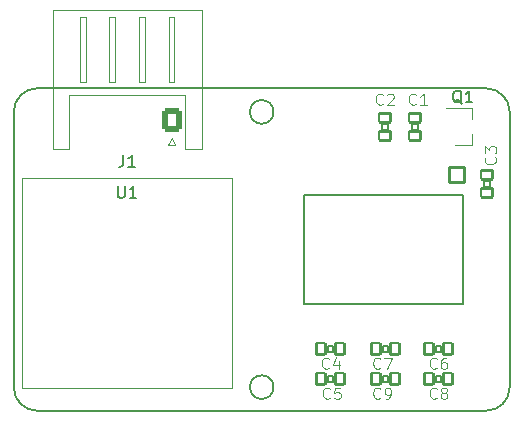
<source format=gto>
G04 #@! TF.GenerationSoftware,KiCad,Pcbnew,(6.0.2)*
G04 #@! TF.CreationDate,2022-03-23T02:52:59+09:00*
G04 #@! TF.ProjectId,ADNS-9800,41444e53-2d39-4383-9030-2e6b69636164,rev?*
G04 #@! TF.SameCoordinates,Original*
G04 #@! TF.FileFunction,Legend,Top*
G04 #@! TF.FilePolarity,Positive*
%FSLAX46Y46*%
G04 Gerber Fmt 4.6, Leading zero omitted, Abs format (unit mm)*
G04 Created by KiCad (PCBNEW (6.0.2)) date 2022-03-23 02:52:59*
%MOMM*%
%LPD*%
G01*
G04 APERTURE LIST*
G04 Aperture macros list*
%AMRoundRect*
0 Rectangle with rounded corners*
0 $1 Rounding radius*
0 $2 $3 $4 $5 $6 $7 $8 $9 X,Y pos of 4 corners*
0 Add a 4 corners polygon primitive as box body*
4,1,4,$2,$3,$4,$5,$6,$7,$8,$9,$2,$3,0*
0 Add four circle primitives for the rounded corners*
1,1,$1+$1,$2,$3*
1,1,$1+$1,$4,$5*
1,1,$1+$1,$6,$7*
1,1,$1+$1,$8,$9*
0 Add four rect primitives between the rounded corners*
20,1,$1+$1,$2,$3,$4,$5,0*
20,1,$1+$1,$4,$5,$6,$7,0*
20,1,$1+$1,$6,$7,$8,$9,0*
20,1,$1+$1,$8,$9,$2,$3,0*%
G04 Aperture macros list end*
G04 #@! TA.AperFunction,Profile*
%ADD10C,0.200000*%
G04 #@! TD*
%ADD11C,0.096520*%
%ADD12C,0.150000*%
%ADD13C,0.127000*%
G04 #@! TA.AperFunction,Profile*
%ADD14C,0.127000*%
G04 #@! TD*
%ADD15C,0.120000*%
%ADD16RoundRect,0.101600X0.482600X-0.381000X0.482600X0.381000X-0.482600X0.381000X-0.482600X-0.381000X0*%
%ADD17RoundRect,0.101600X-0.381000X-0.482600X0.381000X-0.482600X0.381000X0.482600X-0.381000X0.482600X0*%
%ADD18RoundRect,0.101600X-0.482600X0.381000X-0.482600X-0.381000X0.482600X-0.381000X0.482600X0.381000X0*%
%ADD19RoundRect,0.101600X0.381000X0.482600X-0.381000X0.482600X-0.381000X-0.482600X0.381000X-0.482600X0*%
%ADD20RoundRect,0.101600X-0.650000X-0.650000X0.650000X-0.650000X0.650000X0.650000X-0.650000X0.650000X0*%
%ADD21C,1.503200*%
%ADD22RoundRect,0.250000X0.600000X0.725000X-0.600000X0.725000X-0.600000X-0.725000X0.600000X-0.725000X0*%
%ADD23O,1.700000X1.950000*%
%ADD24R,0.900000X0.800000*%
%ADD25C,1.700000*%
G04 APERTURE END LIST*
D10*
X183499999Y-68500000D02*
G75*
G03*
X181499999Y-66500000I-1999999J1D01*
G01*
X143500000Y-66500000D02*
X181499999Y-66500000D01*
X181499999Y-93800000D02*
X143500000Y-93800000D01*
X163499998Y-91800000D02*
G75*
G03*
X163499998Y-91800000I-999999J0D01*
G01*
X143500000Y-66500000D02*
G75*
G03*
X141500000Y-68500000I-1J-1999999D01*
G01*
X141500000Y-91800000D02*
X141500000Y-68500000D01*
X183499999Y-68500000D02*
X183499999Y-91800000D01*
X181499999Y-93800000D02*
G75*
G03*
X183499999Y-91800000I1J1999999D01*
G01*
X163499999Y-68500000D02*
G75*
G03*
X163499999Y-68500000I-999999J0D01*
G01*
X141500000Y-91800000D02*
G75*
G03*
X143500000Y-93800000I1999999J-1D01*
G01*
D11*
G04 #@! TO.C,C3*
X182256714Y-72323909D02*
X182302676Y-72369871D01*
X182348638Y-72507757D01*
X182348638Y-72599681D01*
X182302676Y-72737566D01*
X182210752Y-72829490D01*
X182118828Y-72875452D01*
X181934980Y-72921414D01*
X181797095Y-72921414D01*
X181613247Y-72875452D01*
X181521323Y-72829490D01*
X181429400Y-72737566D01*
X181383438Y-72599681D01*
X181383438Y-72507757D01*
X181429400Y-72369871D01*
X181475361Y-72323909D01*
X181383438Y-72002176D02*
X181383438Y-71404671D01*
X181751133Y-71726404D01*
X181751133Y-71588519D01*
X181797095Y-71496595D01*
X181843057Y-71450633D01*
X181934980Y-71404671D01*
X182164790Y-71404671D01*
X182256714Y-71450633D01*
X182302676Y-71496595D01*
X182348638Y-71588519D01*
X182348638Y-71864290D01*
X182302676Y-71956214D01*
X182256714Y-72002176D01*
G04 #@! TO.C,C8*
X177310190Y-92715114D02*
X177264228Y-92761076D01*
X177126342Y-92807038D01*
X177034418Y-92807038D01*
X176896533Y-92761076D01*
X176804609Y-92669152D01*
X176758647Y-92577228D01*
X176712685Y-92393380D01*
X176712685Y-92255495D01*
X176758647Y-92071647D01*
X176804609Y-91979723D01*
X176896533Y-91887800D01*
X177034418Y-91841838D01*
X177126342Y-91841838D01*
X177264228Y-91887800D01*
X177310190Y-91933761D01*
X177861733Y-92255495D02*
X177769809Y-92209533D01*
X177723847Y-92163571D01*
X177677885Y-92071647D01*
X177677885Y-92025685D01*
X177723847Y-91933761D01*
X177769809Y-91887800D01*
X177861733Y-91841838D01*
X178045580Y-91841838D01*
X178137504Y-91887800D01*
X178183466Y-91933761D01*
X178229428Y-92025685D01*
X178229428Y-92071647D01*
X178183466Y-92163571D01*
X178137504Y-92209533D01*
X178045580Y-92255495D01*
X177861733Y-92255495D01*
X177769809Y-92301457D01*
X177723847Y-92347419D01*
X177677885Y-92439342D01*
X177677885Y-92623190D01*
X177723847Y-92715114D01*
X177769809Y-92761076D01*
X177861733Y-92807038D01*
X178045580Y-92807038D01*
X178137504Y-92761076D01*
X178183466Y-92715114D01*
X178229428Y-92623190D01*
X178229428Y-92439342D01*
X178183466Y-92347419D01*
X178137504Y-92301457D01*
X178045580Y-92255495D01*
G04 #@! TO.C,C1*
X175557590Y-67823114D02*
X175511628Y-67869076D01*
X175373742Y-67915038D01*
X175281818Y-67915038D01*
X175143933Y-67869076D01*
X175052009Y-67777152D01*
X175006047Y-67685228D01*
X174960085Y-67501380D01*
X174960085Y-67363495D01*
X175006047Y-67179647D01*
X175052009Y-67087723D01*
X175143933Y-66995800D01*
X175281818Y-66949838D01*
X175373742Y-66949838D01*
X175511628Y-66995800D01*
X175557590Y-67041761D01*
X176476828Y-67915038D02*
X175925285Y-67915038D01*
X176201057Y-67915038D02*
X176201057Y-66949838D01*
X176109133Y-67087723D01*
X176017209Y-67179647D01*
X175925285Y-67225609D01*
G04 #@! TO.C,C4*
X168191590Y-90175114D02*
X168145628Y-90221076D01*
X168007742Y-90267038D01*
X167915818Y-90267038D01*
X167777933Y-90221076D01*
X167686009Y-90129152D01*
X167640047Y-90037228D01*
X167594085Y-89853380D01*
X167594085Y-89715495D01*
X167640047Y-89531647D01*
X167686009Y-89439723D01*
X167777933Y-89347800D01*
X167915818Y-89301838D01*
X168007742Y-89301838D01*
X168145628Y-89347800D01*
X168191590Y-89393761D01*
X169018904Y-89623571D02*
X169018904Y-90267038D01*
X168789095Y-89255876D02*
X168559285Y-89945304D01*
X169156790Y-89945304D01*
G04 #@! TO.C,C7*
X172531676Y-90175114D02*
X172485714Y-90221076D01*
X172347828Y-90267038D01*
X172255904Y-90267038D01*
X172118019Y-90221076D01*
X172026095Y-90129152D01*
X171980133Y-90037228D01*
X171934171Y-89853380D01*
X171934171Y-89715495D01*
X171980133Y-89531647D01*
X172026095Y-89439723D01*
X172118019Y-89347800D01*
X172255904Y-89301838D01*
X172347828Y-89301838D01*
X172485714Y-89347800D01*
X172531676Y-89393761D01*
X172853409Y-89301838D02*
X173496876Y-89301838D01*
X173083219Y-90267038D01*
G04 #@! TO.C,C2*
X172763590Y-67823114D02*
X172717628Y-67869076D01*
X172579742Y-67915038D01*
X172487818Y-67915038D01*
X172349933Y-67869076D01*
X172258009Y-67777152D01*
X172212047Y-67685228D01*
X172166085Y-67501380D01*
X172166085Y-67363495D01*
X172212047Y-67179647D01*
X172258009Y-67087723D01*
X172349933Y-66995800D01*
X172487818Y-66949838D01*
X172579742Y-66949838D01*
X172717628Y-66995800D01*
X172763590Y-67041761D01*
X173131285Y-67041761D02*
X173177247Y-66995800D01*
X173269171Y-66949838D01*
X173498980Y-66949838D01*
X173590904Y-66995800D01*
X173636866Y-67041761D01*
X173682828Y-67133685D01*
X173682828Y-67225609D01*
X173636866Y-67363495D01*
X173085323Y-67915038D01*
X173682828Y-67915038D01*
G04 #@! TO.C,C5*
X168267790Y-92715114D02*
X168221828Y-92761076D01*
X168083942Y-92807038D01*
X167992018Y-92807038D01*
X167854133Y-92761076D01*
X167762209Y-92669152D01*
X167716247Y-92577228D01*
X167670285Y-92393380D01*
X167670285Y-92255495D01*
X167716247Y-92071647D01*
X167762209Y-91979723D01*
X167854133Y-91887800D01*
X167992018Y-91841838D01*
X168083942Y-91841838D01*
X168221828Y-91887800D01*
X168267790Y-91933761D01*
X169141066Y-91841838D02*
X168681447Y-91841838D01*
X168635485Y-92301457D01*
X168681447Y-92255495D01*
X168773371Y-92209533D01*
X169003180Y-92209533D01*
X169095104Y-92255495D01*
X169141066Y-92301457D01*
X169187028Y-92393380D01*
X169187028Y-92623190D01*
X169141066Y-92715114D01*
X169095104Y-92761076D01*
X169003180Y-92807038D01*
X168773371Y-92807038D01*
X168681447Y-92761076D01*
X168635485Y-92715114D01*
G04 #@! TO.C,C6*
X177310190Y-90175114D02*
X177264228Y-90221076D01*
X177126342Y-90267038D01*
X177034418Y-90267038D01*
X176896533Y-90221076D01*
X176804609Y-90129152D01*
X176758647Y-90037228D01*
X176712685Y-89853380D01*
X176712685Y-89715495D01*
X176758647Y-89531647D01*
X176804609Y-89439723D01*
X176896533Y-89347800D01*
X177034418Y-89301838D01*
X177126342Y-89301838D01*
X177264228Y-89347800D01*
X177310190Y-89393761D01*
X178137504Y-89301838D02*
X177953657Y-89301838D01*
X177861733Y-89347800D01*
X177815771Y-89393761D01*
X177723847Y-89531647D01*
X177677885Y-89715495D01*
X177677885Y-90083190D01*
X177723847Y-90175114D01*
X177769809Y-90221076D01*
X177861733Y-90267038D01*
X178045580Y-90267038D01*
X178137504Y-90221076D01*
X178183466Y-90175114D01*
X178229428Y-90083190D01*
X178229428Y-89853380D01*
X178183466Y-89761457D01*
X178137504Y-89715495D01*
X178045580Y-89669533D01*
X177861733Y-89669533D01*
X177769809Y-89715495D01*
X177723847Y-89761457D01*
X177677885Y-89853380D01*
G04 #@! TO.C,C9*
X172531676Y-92715114D02*
X172485714Y-92761076D01*
X172347828Y-92807038D01*
X172255904Y-92807038D01*
X172118019Y-92761076D01*
X172026095Y-92669152D01*
X171980133Y-92577228D01*
X171934171Y-92393380D01*
X171934171Y-92255495D01*
X171980133Y-92071647D01*
X172026095Y-91979723D01*
X172118019Y-91887800D01*
X172255904Y-91841838D01*
X172347828Y-91841838D01*
X172485714Y-91887800D01*
X172531676Y-91933761D01*
X172991295Y-92807038D02*
X173175142Y-92807038D01*
X173267066Y-92761076D01*
X173313028Y-92715114D01*
X173404952Y-92577228D01*
X173450914Y-92393380D01*
X173450914Y-92025685D01*
X173404952Y-91933761D01*
X173358990Y-91887800D01*
X173267066Y-91841838D01*
X173083219Y-91841838D01*
X172991295Y-91887800D01*
X172945333Y-91933761D01*
X172899371Y-92025685D01*
X172899371Y-92255495D01*
X172945333Y-92347419D01*
X172991295Y-92393380D01*
X173083219Y-92439342D01*
X173267066Y-92439342D01*
X173358990Y-92393380D01*
X173404952Y-92347419D01*
X173450914Y-92255495D01*
D12*
G04 #@! TO.C,J1*
X150781666Y-72146380D02*
X150781666Y-72860666D01*
X150734047Y-73003523D01*
X150638809Y-73098761D01*
X150495952Y-73146380D01*
X150400714Y-73146380D01*
X151781666Y-73146380D02*
X151210238Y-73146380D01*
X151495952Y-73146380D02*
X151495952Y-72146380D01*
X151400714Y-72289238D01*
X151305476Y-72384476D01*
X151210238Y-72432095D01*
G04 #@! TO.C,Q1*
X179444261Y-67786619D02*
X179349023Y-67739000D01*
X179253785Y-67643761D01*
X179110928Y-67500904D01*
X179015690Y-67453285D01*
X178920452Y-67453285D01*
X178968071Y-67691380D02*
X178872833Y-67643761D01*
X178777595Y-67548523D01*
X178729976Y-67358047D01*
X178729976Y-67024714D01*
X178777595Y-66834238D01*
X178872833Y-66739000D01*
X178968071Y-66691380D01*
X179158547Y-66691380D01*
X179253785Y-66739000D01*
X179349023Y-66834238D01*
X179396642Y-67024714D01*
X179396642Y-67358047D01*
X179349023Y-67548523D01*
X179253785Y-67643761D01*
X179158547Y-67691380D01*
X178968071Y-67691380D01*
X180349023Y-67691380D02*
X179777595Y-67691380D01*
X180063309Y-67691380D02*
X180063309Y-66691380D01*
X179968071Y-66834238D01*
X179872833Y-66929476D01*
X179777595Y-66977095D01*
G04 #@! TO.C,U1*
X150329595Y-74779380D02*
X150329595Y-75588904D01*
X150377214Y-75684142D01*
X150424833Y-75731761D01*
X150520071Y-75779380D01*
X150710547Y-75779380D01*
X150805785Y-75731761D01*
X150853404Y-75684142D01*
X150901023Y-75588904D01*
X150901023Y-74779380D01*
X151901023Y-75779380D02*
X151329595Y-75779380D01*
X151615309Y-75779380D02*
X151615309Y-74779380D01*
X151520071Y-74922238D01*
X151424833Y-75017476D01*
X151329595Y-75065095D01*
D13*
G04 #@! TO.C,C3*
X181317500Y-74819000D02*
X181317500Y-74361800D01*
X181317500Y-74819000D02*
X181825500Y-74819000D01*
X181825500Y-74361800D02*
X181825500Y-74819000D01*
X181317500Y-74361800D02*
X181825500Y-74361800D01*
G04 #@! TO.C,C8*
X177253500Y-90821000D02*
X177710700Y-90821000D01*
X177710700Y-90821000D02*
X177710700Y-91329000D01*
X177710700Y-91329000D02*
X177253500Y-91329000D01*
X177253500Y-90821000D02*
X177253500Y-91329000D01*
G04 #@! TO.C,C1*
X175729500Y-69993000D02*
X175221500Y-69993000D01*
X175729500Y-69535800D02*
X175221500Y-69535800D01*
X175221500Y-69993000D02*
X175221500Y-69535800D01*
X175729500Y-69535800D02*
X175729500Y-69993000D01*
G04 #@! TO.C,C4*
X168566700Y-88789000D02*
X168566700Y-88281000D01*
X168109500Y-88281000D02*
X168566700Y-88281000D01*
X168109500Y-88789000D02*
X168109500Y-88281000D01*
X168566700Y-88789000D02*
X168109500Y-88789000D01*
G04 #@! TO.C,C7*
X173189500Y-88789000D02*
X172732300Y-88789000D01*
X172732300Y-88281000D02*
X172732300Y-88789000D01*
X173189500Y-88281000D02*
X173189500Y-88789000D01*
X172732300Y-88281000D02*
X173189500Y-88281000D01*
D14*
G04 #@! TO.C,U$1*
X179577500Y-75525000D02*
X166117500Y-75525000D01*
X166077500Y-84725000D02*
X179577500Y-84725000D01*
X179577500Y-84725000D02*
X179577500Y-75525000D01*
X166117500Y-75525000D02*
X166077500Y-84725000D01*
D13*
G04 #@! TO.C,C2*
X173189500Y-69535800D02*
X172681500Y-69535800D01*
X173189500Y-69993000D02*
X172681500Y-69993000D01*
X173189500Y-69535800D02*
X173189500Y-69993000D01*
X172681500Y-69993000D02*
X172681500Y-69535800D01*
G04 #@! TO.C,C5*
X168109500Y-90821000D02*
X168566700Y-90821000D01*
X168566700Y-91329000D02*
X168566700Y-90821000D01*
X168109500Y-91329000D02*
X168109500Y-90821000D01*
X168566700Y-91329000D02*
X168109500Y-91329000D01*
G04 #@! TO.C,C6*
X177253500Y-88281000D02*
X177253500Y-88789000D01*
X177710700Y-88281000D02*
X177710700Y-88789000D01*
X177710700Y-88789000D02*
X177253500Y-88789000D01*
X177253500Y-88281000D02*
X177710700Y-88281000D01*
G04 #@! TO.C,C9*
X173189500Y-91329000D02*
X172732300Y-91329000D01*
X172732300Y-90821000D02*
X172732300Y-91329000D01*
X173189500Y-90821000D02*
X173189500Y-91329000D01*
X172732300Y-90821000D02*
X173189500Y-90821000D01*
D15*
G04 #@! TO.C,J1*
X154565000Y-71294000D02*
X154865000Y-70694000D01*
X144805000Y-59884000D02*
X144805000Y-71604000D01*
X155115000Y-60494000D02*
X154615000Y-60494000D01*
X152115000Y-60494000D02*
X152115000Y-65994000D01*
X152115000Y-65994000D02*
X152615000Y-65994000D01*
X152615000Y-60494000D02*
X152115000Y-60494000D01*
X151115000Y-59884000D02*
X144805000Y-59884000D01*
X156005000Y-71604000D02*
X156005000Y-67104000D01*
X150115000Y-60494000D02*
X149615000Y-60494000D01*
X154615000Y-65994000D02*
X155115000Y-65994000D01*
X152615000Y-65994000D02*
X152615000Y-60494000D01*
X149615000Y-65994000D02*
X150115000Y-65994000D01*
X157425000Y-59884000D02*
X157425000Y-71604000D01*
X147115000Y-65994000D02*
X147615000Y-65994000D01*
X147115000Y-60494000D02*
X147115000Y-65994000D01*
X144805000Y-71604000D02*
X146225000Y-71604000D01*
X146225000Y-71604000D02*
X146225000Y-67104000D01*
X146225000Y-67104000D02*
X151115000Y-67104000D01*
X150115000Y-65994000D02*
X150115000Y-60494000D01*
X147615000Y-65994000D02*
X147615000Y-60494000D01*
X147615000Y-60494000D02*
X147115000Y-60494000D01*
X149615000Y-60494000D02*
X149615000Y-65994000D01*
X154865000Y-70694000D02*
X155165000Y-71294000D01*
X156005000Y-67104000D02*
X151115000Y-67104000D01*
X155115000Y-65994000D02*
X155115000Y-60494000D01*
X157425000Y-71604000D02*
X156005000Y-71604000D01*
X155165000Y-71294000D02*
X154565000Y-71294000D01*
X151115000Y-59884000D02*
X157425000Y-59884000D01*
X154615000Y-60494000D02*
X154615000Y-65994000D01*
G04 #@! TO.C,Q1*
X180299500Y-68159000D02*
X180299500Y-69089000D01*
X180299500Y-71319000D02*
X180299500Y-70389000D01*
X180299500Y-71319000D02*
X178839500Y-71319000D01*
X180299500Y-68159000D02*
X178139500Y-68159000D01*
G04 #@! TO.C,U1*
X142201500Y-74057000D02*
X159981500Y-74057000D01*
X159981500Y-74057000D02*
X159981500Y-91837000D01*
X142201500Y-91837000D02*
X142201500Y-74057000D01*
X159981500Y-91837000D02*
X142201500Y-91837000D01*
G04 #@! TD*
%LPC*%
D16*
G04 #@! TO.C,C3*
X181571500Y-75377800D03*
X181571500Y-73803000D03*
G04 #@! TD*
D17*
G04 #@! TO.C,C8*
X176694700Y-91075000D03*
X178269500Y-91075000D03*
G04 #@! TD*
D18*
G04 #@! TO.C,C1*
X175475500Y-68977000D03*
X175475500Y-70551800D03*
G04 #@! TD*
D19*
G04 #@! TO.C,C4*
X169125500Y-88535000D03*
X167550700Y-88535000D03*
G04 #@! TD*
D17*
G04 #@! TO.C,C7*
X172173500Y-88535000D03*
X173748300Y-88535000D03*
G04 #@! TD*
D20*
G04 #@! TO.C,U$1*
X179077500Y-73825000D03*
D21*
X177297500Y-73825000D03*
X175517500Y-73825000D03*
X173737500Y-73825000D03*
X171957500Y-73825000D03*
X170177500Y-73825000D03*
X168397500Y-73825000D03*
X166617500Y-73825000D03*
X166617500Y-86425000D03*
X168397500Y-86425000D03*
X170177500Y-86425000D03*
X171957500Y-86425000D03*
X173737500Y-86425000D03*
X175517500Y-86425000D03*
X177297500Y-86425000D03*
X179077500Y-86425000D03*
G04 #@! TD*
D18*
G04 #@! TO.C,C2*
X172935500Y-68977000D03*
X172935500Y-70551800D03*
G04 #@! TD*
D19*
G04 #@! TO.C,C5*
X169125500Y-91075000D03*
X167550700Y-91075000D03*
G04 #@! TD*
D17*
G04 #@! TO.C,C6*
X176694700Y-88535000D03*
X178269500Y-88535000D03*
G04 #@! TD*
G04 #@! TO.C,C9*
X172173500Y-91075000D03*
X173748300Y-91075000D03*
G04 #@! TD*
D22*
G04 #@! TO.C,J1*
X154865000Y-69194000D03*
D23*
X152365000Y-69194000D03*
X149865000Y-69194000D03*
X147365000Y-69194000D03*
G04 #@! TD*
D24*
G04 #@! TO.C,Q1*
X178539500Y-68789000D03*
X178539500Y-70689000D03*
X180539500Y-69739000D03*
G04 #@! TD*
D25*
G04 #@! TO.C,U1*
X158711500Y-90567000D03*
X158711500Y-88027000D03*
X158711500Y-85487000D03*
X158711500Y-82947000D03*
X158711500Y-80407000D03*
X158711500Y-77867000D03*
X158711500Y-75327000D03*
X143471500Y-75327000D03*
X143471500Y-77867000D03*
X143471500Y-80407000D03*
X143471500Y-82947000D03*
X143471500Y-85487000D03*
X143471500Y-88027000D03*
X143471500Y-90567000D03*
G04 #@! TD*
M02*

</source>
